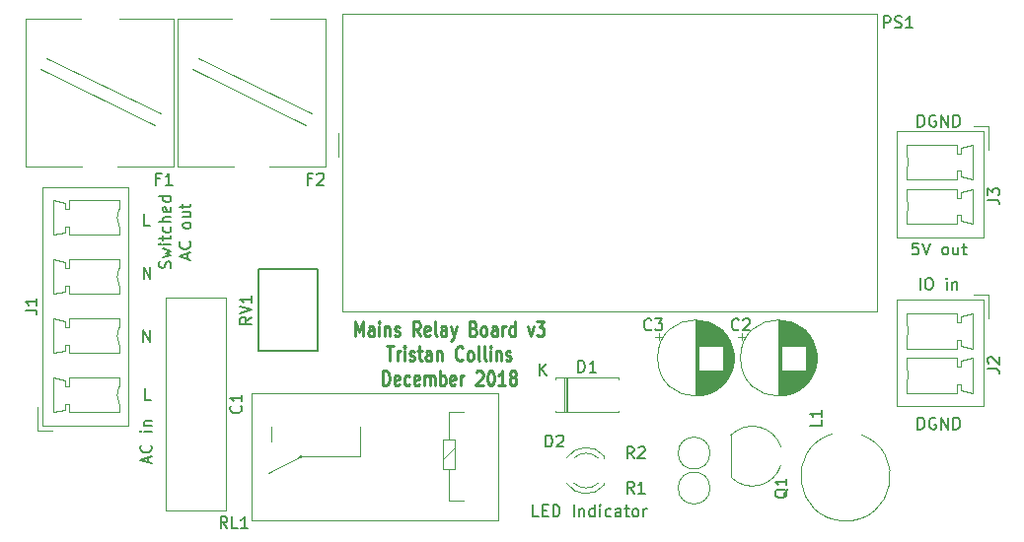
<source format=gbr>
G04 #@! TF.GenerationSoftware,KiCad,Pcbnew,(5.0.0-3-g5ebb6b6)*
G04 #@! TF.CreationDate,2018-11-29T16:19:06+00:00*
G04 #@! TF.ProjectId,PowerSupply,506F776572537570706C792E6B696361,rev?*
G04 #@! TF.SameCoordinates,Original*
G04 #@! TF.FileFunction,Legend,Top*
G04 #@! TF.FilePolarity,Positive*
%FSLAX46Y46*%
G04 Gerber Fmt 4.6, Leading zero omitted, Abs format (unit mm)*
G04 Created by KiCad (PCBNEW (5.0.0-3-g5ebb6b6)) date Thursday, 29 November 2018 at 16:19:06*
%MOMM*%
%LPD*%
G01*
G04 APERTURE LIST*
%ADD10C,0.200000*%
%ADD11C,0.250000*%
%ADD12C,0.120000*%
%ADD13C,0.150000*%
G04 APERTURE END LIST*
D10*
X105714285Y-114452380D02*
X105714285Y-113452380D01*
X106285714Y-114452380D01*
X106285714Y-113452380D01*
X105759285Y-109037380D02*
X105759285Y-108037380D01*
X106330714Y-109037380D01*
X106330714Y-108037380D01*
X106309523Y-104452380D02*
X105833333Y-104452380D01*
X105833333Y-103452380D01*
X106354523Y-119452380D02*
X105878333Y-119452380D01*
X105878333Y-118452380D01*
D11*
X123928571Y-113940476D02*
X123928571Y-112690476D01*
X124261904Y-113583333D01*
X124595238Y-112690476D01*
X124595238Y-113940476D01*
X125500000Y-113940476D02*
X125500000Y-113285714D01*
X125452380Y-113166666D01*
X125357142Y-113107142D01*
X125166666Y-113107142D01*
X125071428Y-113166666D01*
X125500000Y-113880952D02*
X125404761Y-113940476D01*
X125166666Y-113940476D01*
X125071428Y-113880952D01*
X125023809Y-113761904D01*
X125023809Y-113642857D01*
X125071428Y-113523809D01*
X125166666Y-113464285D01*
X125404761Y-113464285D01*
X125500000Y-113404761D01*
X125976190Y-113940476D02*
X125976190Y-113107142D01*
X125976190Y-112690476D02*
X125928571Y-112750000D01*
X125976190Y-112809523D01*
X126023809Y-112750000D01*
X125976190Y-112690476D01*
X125976190Y-112809523D01*
X126452380Y-113107142D02*
X126452380Y-113940476D01*
X126452380Y-113226190D02*
X126500000Y-113166666D01*
X126595238Y-113107142D01*
X126738095Y-113107142D01*
X126833333Y-113166666D01*
X126880952Y-113285714D01*
X126880952Y-113940476D01*
X127309523Y-113880952D02*
X127404761Y-113940476D01*
X127595238Y-113940476D01*
X127690476Y-113880952D01*
X127738095Y-113761904D01*
X127738095Y-113702380D01*
X127690476Y-113583333D01*
X127595238Y-113523809D01*
X127452380Y-113523809D01*
X127357142Y-113464285D01*
X127309523Y-113345238D01*
X127309523Y-113285714D01*
X127357142Y-113166666D01*
X127452380Y-113107142D01*
X127595238Y-113107142D01*
X127690476Y-113166666D01*
X129500000Y-113940476D02*
X129166666Y-113345238D01*
X128928571Y-113940476D02*
X128928571Y-112690476D01*
X129309523Y-112690476D01*
X129404761Y-112750000D01*
X129452380Y-112809523D01*
X129500000Y-112928571D01*
X129500000Y-113107142D01*
X129452380Y-113226190D01*
X129404761Y-113285714D01*
X129309523Y-113345238D01*
X128928571Y-113345238D01*
X130309523Y-113880952D02*
X130214285Y-113940476D01*
X130023809Y-113940476D01*
X129928571Y-113880952D01*
X129880952Y-113761904D01*
X129880952Y-113285714D01*
X129928571Y-113166666D01*
X130023809Y-113107142D01*
X130214285Y-113107142D01*
X130309523Y-113166666D01*
X130357142Y-113285714D01*
X130357142Y-113404761D01*
X129880952Y-113523809D01*
X130928571Y-113940476D02*
X130833333Y-113880952D01*
X130785714Y-113761904D01*
X130785714Y-112690476D01*
X131738095Y-113940476D02*
X131738095Y-113285714D01*
X131690476Y-113166666D01*
X131595238Y-113107142D01*
X131404761Y-113107142D01*
X131309523Y-113166666D01*
X131738095Y-113880952D02*
X131642857Y-113940476D01*
X131404761Y-113940476D01*
X131309523Y-113880952D01*
X131261904Y-113761904D01*
X131261904Y-113642857D01*
X131309523Y-113523809D01*
X131404761Y-113464285D01*
X131642857Y-113464285D01*
X131738095Y-113404761D01*
X132119047Y-113107142D02*
X132357142Y-113940476D01*
X132595238Y-113107142D02*
X132357142Y-113940476D01*
X132261904Y-114238095D01*
X132214285Y-114297619D01*
X132119047Y-114357142D01*
X134071428Y-113285714D02*
X134214285Y-113345238D01*
X134261904Y-113404761D01*
X134309523Y-113523809D01*
X134309523Y-113702380D01*
X134261904Y-113821428D01*
X134214285Y-113880952D01*
X134119047Y-113940476D01*
X133738095Y-113940476D01*
X133738095Y-112690476D01*
X134071428Y-112690476D01*
X134166666Y-112750000D01*
X134214285Y-112809523D01*
X134261904Y-112928571D01*
X134261904Y-113047619D01*
X134214285Y-113166666D01*
X134166666Y-113226190D01*
X134071428Y-113285714D01*
X133738095Y-113285714D01*
X134880952Y-113940476D02*
X134785714Y-113880952D01*
X134738095Y-113821428D01*
X134690476Y-113702380D01*
X134690476Y-113345238D01*
X134738095Y-113226190D01*
X134785714Y-113166666D01*
X134880952Y-113107142D01*
X135023809Y-113107142D01*
X135119047Y-113166666D01*
X135166666Y-113226190D01*
X135214285Y-113345238D01*
X135214285Y-113702380D01*
X135166666Y-113821428D01*
X135119047Y-113880952D01*
X135023809Y-113940476D01*
X134880952Y-113940476D01*
X136071428Y-113940476D02*
X136071428Y-113285714D01*
X136023809Y-113166666D01*
X135928571Y-113107142D01*
X135738095Y-113107142D01*
X135642857Y-113166666D01*
X136071428Y-113880952D02*
X135976190Y-113940476D01*
X135738095Y-113940476D01*
X135642857Y-113880952D01*
X135595238Y-113761904D01*
X135595238Y-113642857D01*
X135642857Y-113523809D01*
X135738095Y-113464285D01*
X135976190Y-113464285D01*
X136071428Y-113404761D01*
X136547619Y-113940476D02*
X136547619Y-113107142D01*
X136547619Y-113345238D02*
X136595238Y-113226190D01*
X136642857Y-113166666D01*
X136738095Y-113107142D01*
X136833333Y-113107142D01*
X137595238Y-113940476D02*
X137595238Y-112690476D01*
X137595238Y-113880952D02*
X137500000Y-113940476D01*
X137309523Y-113940476D01*
X137214285Y-113880952D01*
X137166666Y-113821428D01*
X137119047Y-113702380D01*
X137119047Y-113345238D01*
X137166666Y-113226190D01*
X137214285Y-113166666D01*
X137309523Y-113107142D01*
X137500000Y-113107142D01*
X137595238Y-113166666D01*
X138738095Y-113107142D02*
X138976190Y-113940476D01*
X139214285Y-113107142D01*
X139500000Y-112690476D02*
X140119047Y-112690476D01*
X139785714Y-113166666D01*
X139928571Y-113166666D01*
X140023809Y-113226190D01*
X140071428Y-113285714D01*
X140119047Y-113404761D01*
X140119047Y-113702380D01*
X140071428Y-113821428D01*
X140023809Y-113880952D01*
X139928571Y-113940476D01*
X139642857Y-113940476D01*
X139547619Y-113880952D01*
X139500000Y-113821428D01*
X126619047Y-114815476D02*
X127190476Y-114815476D01*
X126904761Y-116065476D02*
X126904761Y-114815476D01*
X127523809Y-116065476D02*
X127523809Y-115232142D01*
X127523809Y-115470238D02*
X127571428Y-115351190D01*
X127619047Y-115291666D01*
X127714285Y-115232142D01*
X127809523Y-115232142D01*
X128142857Y-116065476D02*
X128142857Y-115232142D01*
X128142857Y-114815476D02*
X128095238Y-114875000D01*
X128142857Y-114934523D01*
X128190476Y-114875000D01*
X128142857Y-114815476D01*
X128142857Y-114934523D01*
X128571428Y-116005952D02*
X128666666Y-116065476D01*
X128857142Y-116065476D01*
X128952380Y-116005952D01*
X129000000Y-115886904D01*
X129000000Y-115827380D01*
X128952380Y-115708333D01*
X128857142Y-115648809D01*
X128714285Y-115648809D01*
X128619047Y-115589285D01*
X128571428Y-115470238D01*
X128571428Y-115410714D01*
X128619047Y-115291666D01*
X128714285Y-115232142D01*
X128857142Y-115232142D01*
X128952380Y-115291666D01*
X129285714Y-115232142D02*
X129666666Y-115232142D01*
X129428571Y-114815476D02*
X129428571Y-115886904D01*
X129476190Y-116005952D01*
X129571428Y-116065476D01*
X129666666Y-116065476D01*
X130428571Y-116065476D02*
X130428571Y-115410714D01*
X130380952Y-115291666D01*
X130285714Y-115232142D01*
X130095238Y-115232142D01*
X130000000Y-115291666D01*
X130428571Y-116005952D02*
X130333333Y-116065476D01*
X130095238Y-116065476D01*
X130000000Y-116005952D01*
X129952380Y-115886904D01*
X129952380Y-115767857D01*
X130000000Y-115648809D01*
X130095238Y-115589285D01*
X130333333Y-115589285D01*
X130428571Y-115529761D01*
X130904761Y-115232142D02*
X130904761Y-116065476D01*
X130904761Y-115351190D02*
X130952380Y-115291666D01*
X131047619Y-115232142D01*
X131190476Y-115232142D01*
X131285714Y-115291666D01*
X131333333Y-115410714D01*
X131333333Y-116065476D01*
X133142857Y-115946428D02*
X133095238Y-116005952D01*
X132952380Y-116065476D01*
X132857142Y-116065476D01*
X132714285Y-116005952D01*
X132619047Y-115886904D01*
X132571428Y-115767857D01*
X132523809Y-115529761D01*
X132523809Y-115351190D01*
X132571428Y-115113095D01*
X132619047Y-114994047D01*
X132714285Y-114875000D01*
X132857142Y-114815476D01*
X132952380Y-114815476D01*
X133095238Y-114875000D01*
X133142857Y-114934523D01*
X133714285Y-116065476D02*
X133619047Y-116005952D01*
X133571428Y-115946428D01*
X133523809Y-115827380D01*
X133523809Y-115470238D01*
X133571428Y-115351190D01*
X133619047Y-115291666D01*
X133714285Y-115232142D01*
X133857142Y-115232142D01*
X133952380Y-115291666D01*
X134000000Y-115351190D01*
X134047619Y-115470238D01*
X134047619Y-115827380D01*
X134000000Y-115946428D01*
X133952380Y-116005952D01*
X133857142Y-116065476D01*
X133714285Y-116065476D01*
X134619047Y-116065476D02*
X134523809Y-116005952D01*
X134476190Y-115886904D01*
X134476190Y-114815476D01*
X135142857Y-116065476D02*
X135047619Y-116005952D01*
X135000000Y-115886904D01*
X135000000Y-114815476D01*
X135523809Y-116065476D02*
X135523809Y-115232142D01*
X135523809Y-114815476D02*
X135476190Y-114875000D01*
X135523809Y-114934523D01*
X135571428Y-114875000D01*
X135523809Y-114815476D01*
X135523809Y-114934523D01*
X136000000Y-115232142D02*
X136000000Y-116065476D01*
X136000000Y-115351190D02*
X136047619Y-115291666D01*
X136142857Y-115232142D01*
X136285714Y-115232142D01*
X136380952Y-115291666D01*
X136428571Y-115410714D01*
X136428571Y-116065476D01*
X136857142Y-116005952D02*
X136952380Y-116065476D01*
X137142857Y-116065476D01*
X137238095Y-116005952D01*
X137285714Y-115886904D01*
X137285714Y-115827380D01*
X137238095Y-115708333D01*
X137142857Y-115648809D01*
X137000000Y-115648809D01*
X136904761Y-115589285D01*
X136857142Y-115470238D01*
X136857142Y-115410714D01*
X136904761Y-115291666D01*
X137000000Y-115232142D01*
X137142857Y-115232142D01*
X137238095Y-115291666D01*
X126309523Y-118190476D02*
X126309523Y-116940476D01*
X126547619Y-116940476D01*
X126690476Y-117000000D01*
X126785714Y-117119047D01*
X126833333Y-117238095D01*
X126880952Y-117476190D01*
X126880952Y-117654761D01*
X126833333Y-117892857D01*
X126785714Y-118011904D01*
X126690476Y-118130952D01*
X126547619Y-118190476D01*
X126309523Y-118190476D01*
X127690476Y-118130952D02*
X127595238Y-118190476D01*
X127404761Y-118190476D01*
X127309523Y-118130952D01*
X127261904Y-118011904D01*
X127261904Y-117535714D01*
X127309523Y-117416666D01*
X127404761Y-117357142D01*
X127595238Y-117357142D01*
X127690476Y-117416666D01*
X127738095Y-117535714D01*
X127738095Y-117654761D01*
X127261904Y-117773809D01*
X128595238Y-118130952D02*
X128500000Y-118190476D01*
X128309523Y-118190476D01*
X128214285Y-118130952D01*
X128166666Y-118071428D01*
X128119047Y-117952380D01*
X128119047Y-117595238D01*
X128166666Y-117476190D01*
X128214285Y-117416666D01*
X128309523Y-117357142D01*
X128500000Y-117357142D01*
X128595238Y-117416666D01*
X129404761Y-118130952D02*
X129309523Y-118190476D01*
X129119047Y-118190476D01*
X129023809Y-118130952D01*
X128976190Y-118011904D01*
X128976190Y-117535714D01*
X129023809Y-117416666D01*
X129119047Y-117357142D01*
X129309523Y-117357142D01*
X129404761Y-117416666D01*
X129452380Y-117535714D01*
X129452380Y-117654761D01*
X128976190Y-117773809D01*
X129880952Y-118190476D02*
X129880952Y-117357142D01*
X129880952Y-117476190D02*
X129928571Y-117416666D01*
X130023809Y-117357142D01*
X130166666Y-117357142D01*
X130261904Y-117416666D01*
X130309523Y-117535714D01*
X130309523Y-118190476D01*
X130309523Y-117535714D02*
X130357142Y-117416666D01*
X130452380Y-117357142D01*
X130595238Y-117357142D01*
X130690476Y-117416666D01*
X130738095Y-117535714D01*
X130738095Y-118190476D01*
X131214285Y-118190476D02*
X131214285Y-116940476D01*
X131214285Y-117416666D02*
X131309523Y-117357142D01*
X131500000Y-117357142D01*
X131595238Y-117416666D01*
X131642857Y-117476190D01*
X131690476Y-117595238D01*
X131690476Y-117952380D01*
X131642857Y-118071428D01*
X131595238Y-118130952D01*
X131500000Y-118190476D01*
X131309523Y-118190476D01*
X131214285Y-118130952D01*
X132500000Y-118130952D02*
X132404761Y-118190476D01*
X132214285Y-118190476D01*
X132119047Y-118130952D01*
X132071428Y-118011904D01*
X132071428Y-117535714D01*
X132119047Y-117416666D01*
X132214285Y-117357142D01*
X132404761Y-117357142D01*
X132500000Y-117416666D01*
X132547619Y-117535714D01*
X132547619Y-117654761D01*
X132071428Y-117773809D01*
X132976190Y-118190476D02*
X132976190Y-117357142D01*
X132976190Y-117595238D02*
X133023809Y-117476190D01*
X133071428Y-117416666D01*
X133166666Y-117357142D01*
X133261904Y-117357142D01*
X134309523Y-117059523D02*
X134357142Y-117000000D01*
X134452380Y-116940476D01*
X134690476Y-116940476D01*
X134785714Y-117000000D01*
X134833333Y-117059523D01*
X134880952Y-117178571D01*
X134880952Y-117297619D01*
X134833333Y-117476190D01*
X134261904Y-118190476D01*
X134880952Y-118190476D01*
X135500000Y-116940476D02*
X135595238Y-116940476D01*
X135690476Y-117000000D01*
X135738095Y-117059523D01*
X135785714Y-117178571D01*
X135833333Y-117416666D01*
X135833333Y-117714285D01*
X135785714Y-117952380D01*
X135738095Y-118071428D01*
X135690476Y-118130952D01*
X135595238Y-118190476D01*
X135500000Y-118190476D01*
X135404761Y-118130952D01*
X135357142Y-118071428D01*
X135309523Y-117952380D01*
X135261904Y-117714285D01*
X135261904Y-117416666D01*
X135309523Y-117178571D01*
X135357142Y-117059523D01*
X135404761Y-117000000D01*
X135500000Y-116940476D01*
X136785714Y-118190476D02*
X136214285Y-118190476D01*
X136500000Y-118190476D02*
X136500000Y-116940476D01*
X136404761Y-117119047D01*
X136309523Y-117238095D01*
X136214285Y-117297619D01*
X137357142Y-117476190D02*
X137261904Y-117416666D01*
X137214285Y-117357142D01*
X137166666Y-117238095D01*
X137166666Y-117178571D01*
X137214285Y-117059523D01*
X137261904Y-117000000D01*
X137357142Y-116940476D01*
X137547619Y-116940476D01*
X137642857Y-117000000D01*
X137690476Y-117059523D01*
X137738095Y-117178571D01*
X137738095Y-117238095D01*
X137690476Y-117357142D01*
X137642857Y-117416666D01*
X137547619Y-117476190D01*
X137357142Y-117476190D01*
X137261904Y-117535714D01*
X137214285Y-117595238D01*
X137166666Y-117714285D01*
X137166666Y-117952380D01*
X137214285Y-118071428D01*
X137261904Y-118130952D01*
X137357142Y-118190476D01*
X137547619Y-118190476D01*
X137642857Y-118130952D01*
X137690476Y-118071428D01*
X137738095Y-117952380D01*
X137738095Y-117714285D01*
X137690476Y-117595238D01*
X137642857Y-117535714D01*
X137547619Y-117476190D01*
D10*
X139666666Y-129452380D02*
X139190476Y-129452380D01*
X139190476Y-128452380D01*
X140000000Y-128928571D02*
X140333333Y-128928571D01*
X140476190Y-129452380D02*
X140000000Y-129452380D01*
X140000000Y-128452380D01*
X140476190Y-128452380D01*
X140904761Y-129452380D02*
X140904761Y-128452380D01*
X141142857Y-128452380D01*
X141285714Y-128500000D01*
X141380952Y-128595238D01*
X141428571Y-128690476D01*
X141476190Y-128880952D01*
X141476190Y-129023809D01*
X141428571Y-129214285D01*
X141380952Y-129309523D01*
X141285714Y-129404761D01*
X141142857Y-129452380D01*
X140904761Y-129452380D01*
X142666666Y-129452380D02*
X142666666Y-128452380D01*
X143142857Y-128785714D02*
X143142857Y-129452380D01*
X143142857Y-128880952D02*
X143190476Y-128833333D01*
X143285714Y-128785714D01*
X143428571Y-128785714D01*
X143523809Y-128833333D01*
X143571428Y-128928571D01*
X143571428Y-129452380D01*
X144476190Y-129452380D02*
X144476190Y-128452380D01*
X144476190Y-129404761D02*
X144380952Y-129452380D01*
X144190476Y-129452380D01*
X144095238Y-129404761D01*
X144047619Y-129357142D01*
X144000000Y-129261904D01*
X144000000Y-128976190D01*
X144047619Y-128880952D01*
X144095238Y-128833333D01*
X144190476Y-128785714D01*
X144380952Y-128785714D01*
X144476190Y-128833333D01*
X144952380Y-129452380D02*
X144952380Y-128785714D01*
X144952380Y-128452380D02*
X144904761Y-128500000D01*
X144952380Y-128547619D01*
X145000000Y-128500000D01*
X144952380Y-128452380D01*
X144952380Y-128547619D01*
X145857142Y-129404761D02*
X145761904Y-129452380D01*
X145571428Y-129452380D01*
X145476190Y-129404761D01*
X145428571Y-129357142D01*
X145380952Y-129261904D01*
X145380952Y-128976190D01*
X145428571Y-128880952D01*
X145476190Y-128833333D01*
X145571428Y-128785714D01*
X145761904Y-128785714D01*
X145857142Y-128833333D01*
X146714285Y-129452380D02*
X146714285Y-128928571D01*
X146666666Y-128833333D01*
X146571428Y-128785714D01*
X146380952Y-128785714D01*
X146285714Y-128833333D01*
X146714285Y-129404761D02*
X146619047Y-129452380D01*
X146380952Y-129452380D01*
X146285714Y-129404761D01*
X146238095Y-129309523D01*
X146238095Y-129214285D01*
X146285714Y-129119047D01*
X146380952Y-129071428D01*
X146619047Y-129071428D01*
X146714285Y-129023809D01*
X147047619Y-128785714D02*
X147428571Y-128785714D01*
X147190476Y-128452380D02*
X147190476Y-129309523D01*
X147238095Y-129404761D01*
X147333333Y-129452380D01*
X147428571Y-129452380D01*
X147904761Y-129452380D02*
X147809523Y-129404761D01*
X147761904Y-129357142D01*
X147714285Y-129261904D01*
X147714285Y-128976190D01*
X147761904Y-128880952D01*
X147809523Y-128833333D01*
X147904761Y-128785714D01*
X148047619Y-128785714D01*
X148142857Y-128833333D01*
X148190476Y-128880952D01*
X148238095Y-128976190D01*
X148238095Y-129261904D01*
X148190476Y-129357142D01*
X148142857Y-129404761D01*
X148047619Y-129452380D01*
X147904761Y-129452380D01*
X148666666Y-129452380D02*
X148666666Y-128785714D01*
X148666666Y-128976190D02*
X148714285Y-128880952D01*
X148761904Y-128833333D01*
X148857142Y-128785714D01*
X148952380Y-128785714D01*
X172214285Y-95952380D02*
X172214285Y-94952380D01*
X172452380Y-94952380D01*
X172595238Y-95000000D01*
X172690476Y-95095238D01*
X172738095Y-95190476D01*
X172785714Y-95380952D01*
X172785714Y-95523809D01*
X172738095Y-95714285D01*
X172690476Y-95809523D01*
X172595238Y-95904761D01*
X172452380Y-95952380D01*
X172214285Y-95952380D01*
X173738095Y-95000000D02*
X173642857Y-94952380D01*
X173500000Y-94952380D01*
X173357142Y-95000000D01*
X173261904Y-95095238D01*
X173214285Y-95190476D01*
X173166666Y-95380952D01*
X173166666Y-95523809D01*
X173214285Y-95714285D01*
X173261904Y-95809523D01*
X173357142Y-95904761D01*
X173500000Y-95952380D01*
X173595238Y-95952380D01*
X173738095Y-95904761D01*
X173785714Y-95857142D01*
X173785714Y-95523809D01*
X173595238Y-95523809D01*
X174214285Y-95952380D02*
X174214285Y-94952380D01*
X174785714Y-95952380D01*
X174785714Y-94952380D01*
X175261904Y-95952380D02*
X175261904Y-94952380D01*
X175500000Y-94952380D01*
X175642857Y-95000000D01*
X175738095Y-95095238D01*
X175785714Y-95190476D01*
X175833333Y-95380952D01*
X175833333Y-95523809D01*
X175785714Y-95714285D01*
X175738095Y-95809523D01*
X175642857Y-95904761D01*
X175500000Y-95952380D01*
X175261904Y-95952380D01*
X172214285Y-121952380D02*
X172214285Y-120952380D01*
X172452380Y-120952380D01*
X172595238Y-121000000D01*
X172690476Y-121095238D01*
X172738095Y-121190476D01*
X172785714Y-121380952D01*
X172785714Y-121523809D01*
X172738095Y-121714285D01*
X172690476Y-121809523D01*
X172595238Y-121904761D01*
X172452380Y-121952380D01*
X172214285Y-121952380D01*
X173738095Y-121000000D02*
X173642857Y-120952380D01*
X173500000Y-120952380D01*
X173357142Y-121000000D01*
X173261904Y-121095238D01*
X173214285Y-121190476D01*
X173166666Y-121380952D01*
X173166666Y-121523809D01*
X173214285Y-121714285D01*
X173261904Y-121809523D01*
X173357142Y-121904761D01*
X173500000Y-121952380D01*
X173595238Y-121952380D01*
X173738095Y-121904761D01*
X173785714Y-121857142D01*
X173785714Y-121523809D01*
X173595238Y-121523809D01*
X174214285Y-121952380D02*
X174214285Y-120952380D01*
X174785714Y-121952380D01*
X174785714Y-120952380D01*
X175261904Y-121952380D02*
X175261904Y-120952380D01*
X175500000Y-120952380D01*
X175642857Y-121000000D01*
X175738095Y-121095238D01*
X175785714Y-121190476D01*
X175833333Y-121380952D01*
X175833333Y-121523809D01*
X175785714Y-121714285D01*
X175738095Y-121809523D01*
X175642857Y-121904761D01*
X175500000Y-121952380D01*
X175261904Y-121952380D01*
X172238095Y-105952380D02*
X171761904Y-105952380D01*
X171714285Y-106428571D01*
X171761904Y-106380952D01*
X171857142Y-106333333D01*
X172095238Y-106333333D01*
X172190476Y-106380952D01*
X172238095Y-106428571D01*
X172285714Y-106523809D01*
X172285714Y-106761904D01*
X172238095Y-106857142D01*
X172190476Y-106904761D01*
X172095238Y-106952380D01*
X171857142Y-106952380D01*
X171761904Y-106904761D01*
X171714285Y-106857142D01*
X172571428Y-105952380D02*
X172904761Y-106952380D01*
X173238095Y-105952380D01*
X174476190Y-106952380D02*
X174380952Y-106904761D01*
X174333333Y-106857142D01*
X174285714Y-106761904D01*
X174285714Y-106476190D01*
X174333333Y-106380952D01*
X174380952Y-106333333D01*
X174476190Y-106285714D01*
X174619047Y-106285714D01*
X174714285Y-106333333D01*
X174761904Y-106380952D01*
X174809523Y-106476190D01*
X174809523Y-106761904D01*
X174761904Y-106857142D01*
X174714285Y-106904761D01*
X174619047Y-106952380D01*
X174476190Y-106952380D01*
X175666666Y-106285714D02*
X175666666Y-106952380D01*
X175238095Y-106285714D02*
X175238095Y-106809523D01*
X175285714Y-106904761D01*
X175380952Y-106952380D01*
X175523809Y-106952380D01*
X175619047Y-106904761D01*
X175666666Y-106857142D01*
X176000000Y-106285714D02*
X176380952Y-106285714D01*
X176142857Y-105952380D02*
X176142857Y-106809523D01*
X176190476Y-106904761D01*
X176285714Y-106952380D01*
X176380952Y-106952380D01*
X172404761Y-109952380D02*
X172404761Y-108952380D01*
X173071428Y-108952380D02*
X173261904Y-108952380D01*
X173357142Y-109000000D01*
X173452380Y-109095238D01*
X173500000Y-109285714D01*
X173500000Y-109619047D01*
X173452380Y-109809523D01*
X173357142Y-109904761D01*
X173261904Y-109952380D01*
X173071428Y-109952380D01*
X172976190Y-109904761D01*
X172880952Y-109809523D01*
X172833333Y-109619047D01*
X172833333Y-109285714D01*
X172880952Y-109095238D01*
X172976190Y-109000000D01*
X173071428Y-108952380D01*
X174690476Y-109952380D02*
X174690476Y-109285714D01*
X174690476Y-108952380D02*
X174642857Y-109000000D01*
X174690476Y-109047619D01*
X174738095Y-109000000D01*
X174690476Y-108952380D01*
X174690476Y-109047619D01*
X175166666Y-109285714D02*
X175166666Y-109952380D01*
X175166666Y-109380952D02*
X175214285Y-109333333D01*
X175309523Y-109285714D01*
X175452380Y-109285714D01*
X175547619Y-109333333D01*
X175595238Y-109428571D01*
X175595238Y-109952380D01*
X108054761Y-108095238D02*
X108102380Y-107952380D01*
X108102380Y-107714285D01*
X108054761Y-107619047D01*
X108007142Y-107571428D01*
X107911904Y-107523809D01*
X107816666Y-107523809D01*
X107721428Y-107571428D01*
X107673809Y-107619047D01*
X107626190Y-107714285D01*
X107578571Y-107904761D01*
X107530952Y-108000000D01*
X107483333Y-108047619D01*
X107388095Y-108095238D01*
X107292857Y-108095238D01*
X107197619Y-108047619D01*
X107150000Y-108000000D01*
X107102380Y-107904761D01*
X107102380Y-107666666D01*
X107150000Y-107523809D01*
X107435714Y-107190476D02*
X108102380Y-107000000D01*
X107626190Y-106809523D01*
X108102380Y-106619047D01*
X107435714Y-106428571D01*
X108102380Y-106047619D02*
X107435714Y-106047619D01*
X107102380Y-106047619D02*
X107150000Y-106095238D01*
X107197619Y-106047619D01*
X107150000Y-106000000D01*
X107102380Y-106047619D01*
X107197619Y-106047619D01*
X107435714Y-105714285D02*
X107435714Y-105333333D01*
X107102380Y-105571428D02*
X107959523Y-105571428D01*
X108054761Y-105523809D01*
X108102380Y-105428571D01*
X108102380Y-105333333D01*
X108054761Y-104571428D02*
X108102380Y-104666666D01*
X108102380Y-104857142D01*
X108054761Y-104952380D01*
X108007142Y-105000000D01*
X107911904Y-105047619D01*
X107626190Y-105047619D01*
X107530952Y-105000000D01*
X107483333Y-104952380D01*
X107435714Y-104857142D01*
X107435714Y-104666666D01*
X107483333Y-104571428D01*
X108102380Y-104142857D02*
X107102380Y-104142857D01*
X108102380Y-103714285D02*
X107578571Y-103714285D01*
X107483333Y-103761904D01*
X107435714Y-103857142D01*
X107435714Y-104000000D01*
X107483333Y-104095238D01*
X107530952Y-104142857D01*
X108054761Y-102857142D02*
X108102380Y-102952380D01*
X108102380Y-103142857D01*
X108054761Y-103238095D01*
X107959523Y-103285714D01*
X107578571Y-103285714D01*
X107483333Y-103238095D01*
X107435714Y-103142857D01*
X107435714Y-102952380D01*
X107483333Y-102857142D01*
X107578571Y-102809523D01*
X107673809Y-102809523D01*
X107769047Y-103285714D01*
X108102380Y-101952380D02*
X107102380Y-101952380D01*
X108054761Y-101952380D02*
X108102380Y-102047619D01*
X108102380Y-102238095D01*
X108054761Y-102333333D01*
X108007142Y-102380952D01*
X107911904Y-102428571D01*
X107626190Y-102428571D01*
X107530952Y-102380952D01*
X107483333Y-102333333D01*
X107435714Y-102238095D01*
X107435714Y-102047619D01*
X107483333Y-101952380D01*
X109516666Y-107309523D02*
X109516666Y-106833333D01*
X109802380Y-107404761D02*
X108802380Y-107071428D01*
X109802380Y-106738095D01*
X109707142Y-105833333D02*
X109754761Y-105880952D01*
X109802380Y-106023809D01*
X109802380Y-106119047D01*
X109754761Y-106261904D01*
X109659523Y-106357142D01*
X109564285Y-106404761D01*
X109373809Y-106452380D01*
X109230952Y-106452380D01*
X109040476Y-106404761D01*
X108945238Y-106357142D01*
X108850000Y-106261904D01*
X108802380Y-106119047D01*
X108802380Y-106023809D01*
X108850000Y-105880952D01*
X108897619Y-105833333D01*
X109802380Y-104500000D02*
X109754761Y-104595238D01*
X109707142Y-104642857D01*
X109611904Y-104690476D01*
X109326190Y-104690476D01*
X109230952Y-104642857D01*
X109183333Y-104595238D01*
X109135714Y-104500000D01*
X109135714Y-104357142D01*
X109183333Y-104261904D01*
X109230952Y-104214285D01*
X109326190Y-104166666D01*
X109611904Y-104166666D01*
X109707142Y-104214285D01*
X109754761Y-104261904D01*
X109802380Y-104357142D01*
X109802380Y-104500000D01*
X109135714Y-103309523D02*
X109802380Y-103309523D01*
X109135714Y-103738095D02*
X109659523Y-103738095D01*
X109754761Y-103690476D01*
X109802380Y-103595238D01*
X109802380Y-103452380D01*
X109754761Y-103357142D01*
X109707142Y-103309523D01*
X109135714Y-102976190D02*
X109135714Y-102595238D01*
X108802380Y-102833333D02*
X109659523Y-102833333D01*
X109754761Y-102785714D01*
X109802380Y-102690476D01*
X109802380Y-102595238D01*
X106166666Y-124809523D02*
X106166666Y-124333333D01*
X106452380Y-124904761D02*
X105452380Y-124571428D01*
X106452380Y-124238095D01*
X106357142Y-123333333D02*
X106404761Y-123380952D01*
X106452380Y-123523809D01*
X106452380Y-123619047D01*
X106404761Y-123761904D01*
X106309523Y-123857142D01*
X106214285Y-123904761D01*
X106023809Y-123952380D01*
X105880952Y-123952380D01*
X105690476Y-123904761D01*
X105595238Y-123857142D01*
X105500000Y-123761904D01*
X105452380Y-123619047D01*
X105452380Y-123523809D01*
X105500000Y-123380952D01*
X105547619Y-123333333D01*
X106452380Y-122142857D02*
X105785714Y-122142857D01*
X105452380Y-122142857D02*
X105500000Y-122190476D01*
X105547619Y-122142857D01*
X105500000Y-122095238D01*
X105452380Y-122142857D01*
X105547619Y-122142857D01*
X105785714Y-121666666D02*
X106452380Y-121666666D01*
X105880952Y-121666666D02*
X105833333Y-121619047D01*
X105785714Y-121523809D01*
X105785714Y-121380952D01*
X105833333Y-121285714D01*
X105928571Y-121238095D01*
X106452380Y-121238095D01*
D12*
G04 #@! TO.C,C1*
X112856000Y-110648000D02*
X112856000Y-128888000D01*
X107616000Y-110648000D02*
X107616000Y-128888000D01*
X112856000Y-110648000D02*
X107616000Y-110648000D01*
X112856000Y-128888000D02*
X107616000Y-128888000D01*
G04 #@! TO.C,C2*
X163524000Y-115824000D02*
G75*
G03X163524000Y-115824000I-3270000J0D01*
G01*
X160254000Y-112594000D02*
X160254000Y-119054000D01*
X160294000Y-112594000D02*
X160294000Y-119054000D01*
X160334000Y-112594000D02*
X160334000Y-119054000D01*
X160374000Y-112596000D02*
X160374000Y-119052000D01*
X160414000Y-112597000D02*
X160414000Y-119051000D01*
X160454000Y-112600000D02*
X160454000Y-119048000D01*
X160494000Y-112602000D02*
X160494000Y-114784000D01*
X160494000Y-116864000D02*
X160494000Y-119046000D01*
X160534000Y-112606000D02*
X160534000Y-114784000D01*
X160534000Y-116864000D02*
X160534000Y-119042000D01*
X160574000Y-112609000D02*
X160574000Y-114784000D01*
X160574000Y-116864000D02*
X160574000Y-119039000D01*
X160614000Y-112613000D02*
X160614000Y-114784000D01*
X160614000Y-116864000D02*
X160614000Y-119035000D01*
X160654000Y-112618000D02*
X160654000Y-114784000D01*
X160654000Y-116864000D02*
X160654000Y-119030000D01*
X160694000Y-112623000D02*
X160694000Y-114784000D01*
X160694000Y-116864000D02*
X160694000Y-119025000D01*
X160734000Y-112629000D02*
X160734000Y-114784000D01*
X160734000Y-116864000D02*
X160734000Y-119019000D01*
X160774000Y-112635000D02*
X160774000Y-114784000D01*
X160774000Y-116864000D02*
X160774000Y-119013000D01*
X160814000Y-112642000D02*
X160814000Y-114784000D01*
X160814000Y-116864000D02*
X160814000Y-119006000D01*
X160854000Y-112649000D02*
X160854000Y-114784000D01*
X160854000Y-116864000D02*
X160854000Y-118999000D01*
X160894000Y-112657000D02*
X160894000Y-114784000D01*
X160894000Y-116864000D02*
X160894000Y-118991000D01*
X160934000Y-112665000D02*
X160934000Y-114784000D01*
X160934000Y-116864000D02*
X160934000Y-118983000D01*
X160975000Y-112674000D02*
X160975000Y-114784000D01*
X160975000Y-116864000D02*
X160975000Y-118974000D01*
X161015000Y-112683000D02*
X161015000Y-114784000D01*
X161015000Y-116864000D02*
X161015000Y-118965000D01*
X161055000Y-112693000D02*
X161055000Y-114784000D01*
X161055000Y-116864000D02*
X161055000Y-118955000D01*
X161095000Y-112703000D02*
X161095000Y-114784000D01*
X161095000Y-116864000D02*
X161095000Y-118945000D01*
X161135000Y-112714000D02*
X161135000Y-114784000D01*
X161135000Y-116864000D02*
X161135000Y-118934000D01*
X161175000Y-112726000D02*
X161175000Y-114784000D01*
X161175000Y-116864000D02*
X161175000Y-118922000D01*
X161215000Y-112738000D02*
X161215000Y-114784000D01*
X161215000Y-116864000D02*
X161215000Y-118910000D01*
X161255000Y-112750000D02*
X161255000Y-114784000D01*
X161255000Y-116864000D02*
X161255000Y-118898000D01*
X161295000Y-112763000D02*
X161295000Y-114784000D01*
X161295000Y-116864000D02*
X161295000Y-118885000D01*
X161335000Y-112777000D02*
X161335000Y-114784000D01*
X161335000Y-116864000D02*
X161335000Y-118871000D01*
X161375000Y-112791000D02*
X161375000Y-114784000D01*
X161375000Y-116864000D02*
X161375000Y-118857000D01*
X161415000Y-112806000D02*
X161415000Y-114784000D01*
X161415000Y-116864000D02*
X161415000Y-118842000D01*
X161455000Y-112822000D02*
X161455000Y-114784000D01*
X161455000Y-116864000D02*
X161455000Y-118826000D01*
X161495000Y-112838000D02*
X161495000Y-114784000D01*
X161495000Y-116864000D02*
X161495000Y-118810000D01*
X161535000Y-112854000D02*
X161535000Y-114784000D01*
X161535000Y-116864000D02*
X161535000Y-118794000D01*
X161575000Y-112872000D02*
X161575000Y-114784000D01*
X161575000Y-116864000D02*
X161575000Y-118776000D01*
X161615000Y-112890000D02*
X161615000Y-114784000D01*
X161615000Y-116864000D02*
X161615000Y-118758000D01*
X161655000Y-112908000D02*
X161655000Y-114784000D01*
X161655000Y-116864000D02*
X161655000Y-118740000D01*
X161695000Y-112928000D02*
X161695000Y-114784000D01*
X161695000Y-116864000D02*
X161695000Y-118720000D01*
X161735000Y-112948000D02*
X161735000Y-114784000D01*
X161735000Y-116864000D02*
X161735000Y-118700000D01*
X161775000Y-112968000D02*
X161775000Y-114784000D01*
X161775000Y-116864000D02*
X161775000Y-118680000D01*
X161815000Y-112990000D02*
X161815000Y-114784000D01*
X161815000Y-116864000D02*
X161815000Y-118658000D01*
X161855000Y-113012000D02*
X161855000Y-114784000D01*
X161855000Y-116864000D02*
X161855000Y-118636000D01*
X161895000Y-113034000D02*
X161895000Y-114784000D01*
X161895000Y-116864000D02*
X161895000Y-118614000D01*
X161935000Y-113058000D02*
X161935000Y-114784000D01*
X161935000Y-116864000D02*
X161935000Y-118590000D01*
X161975000Y-113082000D02*
X161975000Y-114784000D01*
X161975000Y-116864000D02*
X161975000Y-118566000D01*
X162015000Y-113108000D02*
X162015000Y-114784000D01*
X162015000Y-116864000D02*
X162015000Y-118540000D01*
X162055000Y-113134000D02*
X162055000Y-114784000D01*
X162055000Y-116864000D02*
X162055000Y-118514000D01*
X162095000Y-113160000D02*
X162095000Y-114784000D01*
X162095000Y-116864000D02*
X162095000Y-118488000D01*
X162135000Y-113188000D02*
X162135000Y-114784000D01*
X162135000Y-116864000D02*
X162135000Y-118460000D01*
X162175000Y-113217000D02*
X162175000Y-114784000D01*
X162175000Y-116864000D02*
X162175000Y-118431000D01*
X162215000Y-113246000D02*
X162215000Y-114784000D01*
X162215000Y-116864000D02*
X162215000Y-118402000D01*
X162255000Y-113276000D02*
X162255000Y-114784000D01*
X162255000Y-116864000D02*
X162255000Y-118372000D01*
X162295000Y-113308000D02*
X162295000Y-114784000D01*
X162295000Y-116864000D02*
X162295000Y-118340000D01*
X162335000Y-113340000D02*
X162335000Y-114784000D01*
X162335000Y-116864000D02*
X162335000Y-118308000D01*
X162375000Y-113374000D02*
X162375000Y-114784000D01*
X162375000Y-116864000D02*
X162375000Y-118274000D01*
X162415000Y-113408000D02*
X162415000Y-114784000D01*
X162415000Y-116864000D02*
X162415000Y-118240000D01*
X162455000Y-113444000D02*
X162455000Y-114784000D01*
X162455000Y-116864000D02*
X162455000Y-118204000D01*
X162495000Y-113481000D02*
X162495000Y-114784000D01*
X162495000Y-116864000D02*
X162495000Y-118167000D01*
X162535000Y-113519000D02*
X162535000Y-114784000D01*
X162535000Y-116864000D02*
X162535000Y-118129000D01*
X162575000Y-113559000D02*
X162575000Y-118089000D01*
X162615000Y-113600000D02*
X162615000Y-118048000D01*
X162655000Y-113642000D02*
X162655000Y-118006000D01*
X162695000Y-113687000D02*
X162695000Y-117961000D01*
X162735000Y-113732000D02*
X162735000Y-117916000D01*
X162775000Y-113780000D02*
X162775000Y-117868000D01*
X162815000Y-113829000D02*
X162815000Y-117819000D01*
X162855000Y-113880000D02*
X162855000Y-117768000D01*
X162895000Y-113934000D02*
X162895000Y-117714000D01*
X162935000Y-113990000D02*
X162935000Y-117658000D01*
X162975000Y-114048000D02*
X162975000Y-117600000D01*
X163015000Y-114110000D02*
X163015000Y-117538000D01*
X163055000Y-114174000D02*
X163055000Y-117474000D01*
X163095000Y-114243000D02*
X163095000Y-117405000D01*
X163135000Y-114315000D02*
X163135000Y-117333000D01*
X163175000Y-114392000D02*
X163175000Y-117256000D01*
X163215000Y-114474000D02*
X163215000Y-117174000D01*
X163255000Y-114562000D02*
X163255000Y-117086000D01*
X163295000Y-114659000D02*
X163295000Y-116989000D01*
X163335000Y-114765000D02*
X163335000Y-116883000D01*
X163375000Y-114884000D02*
X163375000Y-116764000D01*
X163415000Y-115022000D02*
X163415000Y-116626000D01*
X163455000Y-115191000D02*
X163455000Y-116457000D01*
X163495000Y-115422000D02*
X163495000Y-116226000D01*
X156753759Y-113985000D02*
X157383759Y-113985000D01*
X157068759Y-113670000D02*
X157068759Y-114300000D01*
G04 #@! TO.C,C3*
X149956759Y-113670000D02*
X149956759Y-114300000D01*
X149641759Y-113985000D02*
X150271759Y-113985000D01*
X156383000Y-115422000D02*
X156383000Y-116226000D01*
X156343000Y-115191000D02*
X156343000Y-116457000D01*
X156303000Y-115022000D02*
X156303000Y-116626000D01*
X156263000Y-114884000D02*
X156263000Y-116764000D01*
X156223000Y-114765000D02*
X156223000Y-116883000D01*
X156183000Y-114659000D02*
X156183000Y-116989000D01*
X156143000Y-114562000D02*
X156143000Y-117086000D01*
X156103000Y-114474000D02*
X156103000Y-117174000D01*
X156063000Y-114392000D02*
X156063000Y-117256000D01*
X156023000Y-114315000D02*
X156023000Y-117333000D01*
X155983000Y-114243000D02*
X155983000Y-117405000D01*
X155943000Y-114174000D02*
X155943000Y-117474000D01*
X155903000Y-114110000D02*
X155903000Y-117538000D01*
X155863000Y-114048000D02*
X155863000Y-117600000D01*
X155823000Y-113990000D02*
X155823000Y-117658000D01*
X155783000Y-113934000D02*
X155783000Y-117714000D01*
X155743000Y-113880000D02*
X155743000Y-117768000D01*
X155703000Y-113829000D02*
X155703000Y-117819000D01*
X155663000Y-113780000D02*
X155663000Y-117868000D01*
X155623000Y-113732000D02*
X155623000Y-117916000D01*
X155583000Y-113687000D02*
X155583000Y-117961000D01*
X155543000Y-113642000D02*
X155543000Y-118006000D01*
X155503000Y-113600000D02*
X155503000Y-118048000D01*
X155463000Y-113559000D02*
X155463000Y-118089000D01*
X155423000Y-116864000D02*
X155423000Y-118129000D01*
X155423000Y-113519000D02*
X155423000Y-114784000D01*
X155383000Y-116864000D02*
X155383000Y-118167000D01*
X155383000Y-113481000D02*
X155383000Y-114784000D01*
X155343000Y-116864000D02*
X155343000Y-118204000D01*
X155343000Y-113444000D02*
X155343000Y-114784000D01*
X155303000Y-116864000D02*
X155303000Y-118240000D01*
X155303000Y-113408000D02*
X155303000Y-114784000D01*
X155263000Y-116864000D02*
X155263000Y-118274000D01*
X155263000Y-113374000D02*
X155263000Y-114784000D01*
X155223000Y-116864000D02*
X155223000Y-118308000D01*
X155223000Y-113340000D02*
X155223000Y-114784000D01*
X155183000Y-116864000D02*
X155183000Y-118340000D01*
X155183000Y-113308000D02*
X155183000Y-114784000D01*
X155143000Y-116864000D02*
X155143000Y-118372000D01*
X155143000Y-113276000D02*
X155143000Y-114784000D01*
X155103000Y-116864000D02*
X155103000Y-118402000D01*
X155103000Y-113246000D02*
X155103000Y-114784000D01*
X155063000Y-116864000D02*
X155063000Y-118431000D01*
X155063000Y-113217000D02*
X155063000Y-114784000D01*
X155023000Y-116864000D02*
X155023000Y-118460000D01*
X155023000Y-113188000D02*
X155023000Y-114784000D01*
X154983000Y-116864000D02*
X154983000Y-118488000D01*
X154983000Y-113160000D02*
X154983000Y-114784000D01*
X154943000Y-116864000D02*
X154943000Y-118514000D01*
X154943000Y-113134000D02*
X154943000Y-114784000D01*
X154903000Y-116864000D02*
X154903000Y-118540000D01*
X154903000Y-113108000D02*
X154903000Y-114784000D01*
X154863000Y-116864000D02*
X154863000Y-118566000D01*
X154863000Y-113082000D02*
X154863000Y-114784000D01*
X154823000Y-116864000D02*
X154823000Y-118590000D01*
X154823000Y-113058000D02*
X154823000Y-114784000D01*
X154783000Y-116864000D02*
X154783000Y-118614000D01*
X154783000Y-113034000D02*
X154783000Y-114784000D01*
X154743000Y-116864000D02*
X154743000Y-118636000D01*
X154743000Y-113012000D02*
X154743000Y-114784000D01*
X154703000Y-116864000D02*
X154703000Y-118658000D01*
X154703000Y-112990000D02*
X154703000Y-114784000D01*
X154663000Y-116864000D02*
X154663000Y-118680000D01*
X154663000Y-112968000D02*
X154663000Y-114784000D01*
X154623000Y-116864000D02*
X154623000Y-118700000D01*
X154623000Y-112948000D02*
X154623000Y-114784000D01*
X154583000Y-116864000D02*
X154583000Y-118720000D01*
X154583000Y-112928000D02*
X154583000Y-114784000D01*
X154543000Y-116864000D02*
X154543000Y-118740000D01*
X154543000Y-112908000D02*
X154543000Y-114784000D01*
X154503000Y-116864000D02*
X154503000Y-118758000D01*
X154503000Y-112890000D02*
X154503000Y-114784000D01*
X154463000Y-116864000D02*
X154463000Y-118776000D01*
X154463000Y-112872000D02*
X154463000Y-114784000D01*
X154423000Y-116864000D02*
X154423000Y-118794000D01*
X154423000Y-112854000D02*
X154423000Y-114784000D01*
X154383000Y-116864000D02*
X154383000Y-118810000D01*
X154383000Y-112838000D02*
X154383000Y-114784000D01*
X154343000Y-116864000D02*
X154343000Y-118826000D01*
X154343000Y-112822000D02*
X154343000Y-114784000D01*
X154303000Y-116864000D02*
X154303000Y-118842000D01*
X154303000Y-112806000D02*
X154303000Y-114784000D01*
X154263000Y-116864000D02*
X154263000Y-118857000D01*
X154263000Y-112791000D02*
X154263000Y-114784000D01*
X154223000Y-116864000D02*
X154223000Y-118871000D01*
X154223000Y-112777000D02*
X154223000Y-114784000D01*
X154183000Y-116864000D02*
X154183000Y-118885000D01*
X154183000Y-112763000D02*
X154183000Y-114784000D01*
X154143000Y-116864000D02*
X154143000Y-118898000D01*
X154143000Y-112750000D02*
X154143000Y-114784000D01*
X154103000Y-116864000D02*
X154103000Y-118910000D01*
X154103000Y-112738000D02*
X154103000Y-114784000D01*
X154063000Y-116864000D02*
X154063000Y-118922000D01*
X154063000Y-112726000D02*
X154063000Y-114784000D01*
X154023000Y-116864000D02*
X154023000Y-118934000D01*
X154023000Y-112714000D02*
X154023000Y-114784000D01*
X153983000Y-116864000D02*
X153983000Y-118945000D01*
X153983000Y-112703000D02*
X153983000Y-114784000D01*
X153943000Y-116864000D02*
X153943000Y-118955000D01*
X153943000Y-112693000D02*
X153943000Y-114784000D01*
X153903000Y-116864000D02*
X153903000Y-118965000D01*
X153903000Y-112683000D02*
X153903000Y-114784000D01*
X153863000Y-116864000D02*
X153863000Y-118974000D01*
X153863000Y-112674000D02*
X153863000Y-114784000D01*
X153822000Y-116864000D02*
X153822000Y-118983000D01*
X153822000Y-112665000D02*
X153822000Y-114784000D01*
X153782000Y-116864000D02*
X153782000Y-118991000D01*
X153782000Y-112657000D02*
X153782000Y-114784000D01*
X153742000Y-116864000D02*
X153742000Y-118999000D01*
X153742000Y-112649000D02*
X153742000Y-114784000D01*
X153702000Y-116864000D02*
X153702000Y-119006000D01*
X153702000Y-112642000D02*
X153702000Y-114784000D01*
X153662000Y-116864000D02*
X153662000Y-119013000D01*
X153662000Y-112635000D02*
X153662000Y-114784000D01*
X153622000Y-116864000D02*
X153622000Y-119019000D01*
X153622000Y-112629000D02*
X153622000Y-114784000D01*
X153582000Y-116864000D02*
X153582000Y-119025000D01*
X153582000Y-112623000D02*
X153582000Y-114784000D01*
X153542000Y-116864000D02*
X153542000Y-119030000D01*
X153542000Y-112618000D02*
X153542000Y-114784000D01*
X153502000Y-116864000D02*
X153502000Y-119035000D01*
X153502000Y-112613000D02*
X153502000Y-114784000D01*
X153462000Y-116864000D02*
X153462000Y-119039000D01*
X153462000Y-112609000D02*
X153462000Y-114784000D01*
X153422000Y-116864000D02*
X153422000Y-119042000D01*
X153422000Y-112606000D02*
X153422000Y-114784000D01*
X153382000Y-116864000D02*
X153382000Y-119046000D01*
X153382000Y-112602000D02*
X153382000Y-114784000D01*
X153342000Y-112600000D02*
X153342000Y-119048000D01*
X153302000Y-112597000D02*
X153302000Y-119051000D01*
X153262000Y-112596000D02*
X153262000Y-119052000D01*
X153222000Y-112594000D02*
X153222000Y-119054000D01*
X153182000Y-112594000D02*
X153182000Y-119054000D01*
X153142000Y-112594000D02*
X153142000Y-119054000D01*
X156412000Y-115824000D02*
G75*
G03X156412000Y-115824000I-3270000J0D01*
G01*
G04 #@! TO.C,D1*
X141090000Y-117660000D02*
X141090000Y-117530000D01*
X141090000Y-117530000D02*
X146530000Y-117530000D01*
X146530000Y-117530000D02*
X146530000Y-117660000D01*
X141090000Y-120340000D02*
X141090000Y-120470000D01*
X141090000Y-120470000D02*
X146530000Y-120470000D01*
X146530000Y-120470000D02*
X146530000Y-120340000D01*
X141990000Y-117530000D02*
X141990000Y-120470000D01*
X142110000Y-117530000D02*
X142110000Y-120470000D01*
X141870000Y-117530000D02*
X141870000Y-120470000D01*
G04 #@! TO.C,D2*
X142057665Y-126578608D02*
G75*
G03X145290000Y-126735516I1672335J1078608D01*
G01*
X142057665Y-124421392D02*
G75*
G02X145290000Y-124264484I1672335J-1078608D01*
G01*
X142688870Y-126579837D02*
G75*
G03X144770961Y-126580000I1041130J1079837D01*
G01*
X142688870Y-124420163D02*
G75*
G02X144770961Y-124420000I1041130J-1079837D01*
G01*
X145290000Y-126736000D02*
X145290000Y-126580000D01*
X145290000Y-124420000D02*
X145290000Y-124264000D01*
G04 #@! TO.C,J2*
X178250000Y-110400000D02*
X178250000Y-112400000D01*
X177000000Y-110400000D02*
X178250000Y-110400000D01*
X171250000Y-118810000D02*
X171250000Y-118060000D01*
X175550000Y-118810000D02*
X171250000Y-118810000D01*
X175550000Y-118060000D02*
X175550000Y-118810000D01*
X175900000Y-118060000D02*
X175550000Y-118060000D01*
X175900000Y-118560000D02*
X175900000Y-118060000D01*
X176900000Y-118810000D02*
X175900000Y-118560000D01*
X176900000Y-115810000D02*
X176900000Y-118810000D01*
X175900000Y-116060000D02*
X176900000Y-115810000D01*
X175900000Y-116560000D02*
X175900000Y-116060000D01*
X175550000Y-116560000D02*
X175900000Y-116560000D01*
X175550000Y-115810000D02*
X175550000Y-116560000D01*
X171250000Y-115810000D02*
X175550000Y-115810000D01*
X171250000Y-116560000D02*
X171250000Y-115810000D01*
X171250000Y-115000000D02*
X171250000Y-114250000D01*
X175550000Y-115000000D02*
X171250000Y-115000000D01*
X175550000Y-114250000D02*
X175550000Y-115000000D01*
X175900000Y-114250000D02*
X175550000Y-114250000D01*
X175900000Y-114750000D02*
X175900000Y-114250000D01*
X176900000Y-115000000D02*
X175900000Y-114750000D01*
X176900000Y-112000000D02*
X176900000Y-115000000D01*
X175900000Y-112250000D02*
X176900000Y-112000000D01*
X175900000Y-112750000D02*
X175900000Y-112250000D01*
X175550000Y-112750000D02*
X175900000Y-112750000D01*
X175550000Y-112000000D02*
X175550000Y-112750000D01*
X171250000Y-112000000D02*
X175550000Y-112000000D01*
X171250000Y-112750000D02*
X171250000Y-112000000D01*
X177830000Y-119990000D02*
X177830000Y-110820000D01*
X170420000Y-119990000D02*
X177830000Y-119990000D01*
X170420000Y-110820000D02*
X170420000Y-119990000D01*
X177830000Y-110820000D02*
X170420000Y-110820000D01*
X171250155Y-118059647D02*
G75*
G03X171250000Y-116560000I-1700155J749647D01*
G01*
X171250155Y-114249647D02*
G75*
G03X171250000Y-112750000I-1700155J749647D01*
G01*
G04 #@! TO.C,J3*
X171250155Y-99749647D02*
G75*
G03X171250000Y-98250000I-1700155J749647D01*
G01*
X171250155Y-103559647D02*
G75*
G03X171250000Y-102060000I-1700155J749647D01*
G01*
X177830000Y-96320000D02*
X170420000Y-96320000D01*
X170420000Y-96320000D02*
X170420000Y-105490000D01*
X170420000Y-105490000D02*
X177830000Y-105490000D01*
X177830000Y-105490000D02*
X177830000Y-96320000D01*
X171250000Y-98250000D02*
X171250000Y-97500000D01*
X171250000Y-97500000D02*
X175550000Y-97500000D01*
X175550000Y-97500000D02*
X175550000Y-98250000D01*
X175550000Y-98250000D02*
X175900000Y-98250000D01*
X175900000Y-98250000D02*
X175900000Y-97750000D01*
X175900000Y-97750000D02*
X176900000Y-97500000D01*
X176900000Y-97500000D02*
X176900000Y-100500000D01*
X176900000Y-100500000D02*
X175900000Y-100250000D01*
X175900000Y-100250000D02*
X175900000Y-99750000D01*
X175900000Y-99750000D02*
X175550000Y-99750000D01*
X175550000Y-99750000D02*
X175550000Y-100500000D01*
X175550000Y-100500000D02*
X171250000Y-100500000D01*
X171250000Y-100500000D02*
X171250000Y-99750000D01*
X171250000Y-102060000D02*
X171250000Y-101310000D01*
X171250000Y-101310000D02*
X175550000Y-101310000D01*
X175550000Y-101310000D02*
X175550000Y-102060000D01*
X175550000Y-102060000D02*
X175900000Y-102060000D01*
X175900000Y-102060000D02*
X175900000Y-101560000D01*
X175900000Y-101560000D02*
X176900000Y-101310000D01*
X176900000Y-101310000D02*
X176900000Y-104310000D01*
X176900000Y-104310000D02*
X175900000Y-104060000D01*
X175900000Y-104060000D02*
X175900000Y-103560000D01*
X175900000Y-103560000D02*
X175550000Y-103560000D01*
X175550000Y-103560000D02*
X175550000Y-104310000D01*
X175550000Y-104310000D02*
X171250000Y-104310000D01*
X171250000Y-104310000D02*
X171250000Y-103560000D01*
X177000000Y-95900000D02*
X178250000Y-95900000D01*
X178250000Y-95900000D02*
X178250000Y-97900000D01*
G04 #@! TO.C,L1*
X167316217Y-122399157D02*
G75*
G02X164900000Y-122327331I-1316217J-3600843D01*
G01*
G04 #@! TO.C,PS1*
X122492000Y-96536000D02*
X122492000Y-98536000D01*
X168692000Y-86236000D02*
X168692000Y-111836000D01*
X122792000Y-86236000D02*
X168692000Y-86236000D01*
X122792000Y-111836000D02*
X168692000Y-111836000D01*
X122792000Y-86236000D02*
X122792000Y-111836000D01*
G04 #@! TO.C,Q1*
X156150000Y-122470000D02*
X156150000Y-126070000D01*
X156158259Y-122458125D02*
G75*
G02X160450000Y-123450000I1841741J-1811875D01*
G01*
X156172316Y-126078445D02*
G75*
G03X160450000Y-125050000I1827684J1808445D01*
G01*
G04 #@! TO.C,RL1*
X119260000Y-124310000D02*
X116470000Y-125710000D01*
X116720000Y-121770000D02*
X116720000Y-123040000D01*
X124340000Y-121770000D02*
X124340000Y-124310000D01*
X124340000Y-124310000D02*
X119260000Y-124310000D01*
X132470000Y-123550000D02*
X131450000Y-124560000D01*
X131960000Y-128120000D02*
X133230000Y-128120000D01*
X131960000Y-125330000D02*
X131960000Y-128120000D01*
X131960000Y-120500000D02*
X131960000Y-122790000D01*
X133230000Y-120500000D02*
X131960000Y-120500000D01*
X131960000Y-122790000D02*
X132470000Y-122790000D01*
X132470000Y-122790000D02*
X132470000Y-125330000D01*
X132470000Y-125330000D02*
X131960000Y-125330000D01*
X131960000Y-125330000D02*
X131450000Y-125330000D01*
X131450000Y-125330000D02*
X131450000Y-122790000D01*
X131450000Y-122790000D02*
X131960000Y-122790000D01*
X136180000Y-118810000D02*
X115040000Y-118810000D01*
X115040000Y-118810000D02*
X115040000Y-129810000D01*
X136180000Y-118810000D02*
X136180000Y-129810000D01*
X136180000Y-129810000D02*
X115040000Y-129810000D01*
X119390000Y-124310000D02*
G75*
G03X119390000Y-124310000I-130000J0D01*
G01*
D13*
G04 #@! TO.C,RV1*
X115580000Y-108220000D02*
X115580000Y-115220000D01*
X120680000Y-108220000D02*
X120680000Y-115220000D01*
X120680000Y-115220000D02*
X115580000Y-115220000D01*
X120680000Y-108220000D02*
X115580000Y-108220000D01*
D12*
G04 #@! TO.C,F1*
X106700000Y-95790000D02*
X96920000Y-90970000D01*
X107210000Y-94780000D02*
X97430000Y-90080000D01*
X108350000Y-86650000D02*
X103650000Y-86650000D01*
X95650000Y-86650000D02*
X100350000Y-86650000D01*
X95650000Y-99350000D02*
X100480000Y-99350000D01*
X108350000Y-99350000D02*
X103520000Y-99350000D01*
X103520000Y-99350000D02*
X103650000Y-99350000D01*
X108350000Y-99350000D02*
X108350000Y-86650000D01*
X95650000Y-86650000D02*
X95650000Y-99350000D01*
G04 #@! TO.C,F2*
X108650000Y-86650000D02*
X108650000Y-99350000D01*
X121350000Y-99350000D02*
X121350000Y-86650000D01*
X116520000Y-99350000D02*
X116650000Y-99350000D01*
X121350000Y-99350000D02*
X116520000Y-99350000D01*
X108650000Y-99350000D02*
X113480000Y-99350000D01*
X108650000Y-86650000D02*
X113350000Y-86650000D01*
X121350000Y-86650000D02*
X116650000Y-86650000D01*
X120210000Y-94780000D02*
X110430000Y-90080000D01*
X119700000Y-95790000D02*
X109920000Y-90970000D01*
G04 #@! TO.C,R1*
X151630000Y-127000000D02*
X151560000Y-127000000D01*
X154370000Y-127000000D02*
G75*
G03X154370000Y-127000000I-1370000J0D01*
G01*
G04 #@! TO.C,R2*
X154370000Y-124000000D02*
G75*
G03X154370000Y-124000000I-1370000J0D01*
G01*
X151630000Y-124000000D02*
X151560000Y-124000000D01*
G04 #@! TO.C,J1*
X103649845Y-118250353D02*
G75*
G03X103650000Y-119750000I1700155J-749647D01*
G01*
X103649845Y-113170353D02*
G75*
G03X103650000Y-114670000I1700155J-749647D01*
G01*
X103649845Y-108090353D02*
G75*
G03X103650000Y-109590000I1700155J-749647D01*
G01*
X103649845Y-103010353D02*
G75*
G03X103650000Y-104510000I1700155J-749647D01*
G01*
X97070000Y-121620000D02*
X104480000Y-121620000D01*
X104480000Y-121620000D02*
X104480000Y-101140000D01*
X104480000Y-101140000D02*
X97070000Y-101140000D01*
X97070000Y-101140000D02*
X97070000Y-121620000D01*
X103650000Y-119750000D02*
X103650000Y-120500000D01*
X103650000Y-120500000D02*
X99350000Y-120500000D01*
X99350000Y-120500000D02*
X99350000Y-119750000D01*
X99350000Y-119750000D02*
X99000000Y-119750000D01*
X99000000Y-119750000D02*
X99000000Y-120250000D01*
X99000000Y-120250000D02*
X98000000Y-120500000D01*
X98000000Y-120500000D02*
X98000000Y-117500000D01*
X98000000Y-117500000D02*
X99000000Y-117750000D01*
X99000000Y-117750000D02*
X99000000Y-118250000D01*
X99000000Y-118250000D02*
X99350000Y-118250000D01*
X99350000Y-118250000D02*
X99350000Y-117500000D01*
X99350000Y-117500000D02*
X103650000Y-117500000D01*
X103650000Y-117500000D02*
X103650000Y-118250000D01*
X103650000Y-114670000D02*
X103650000Y-115420000D01*
X103650000Y-115420000D02*
X99350000Y-115420000D01*
X99350000Y-115420000D02*
X99350000Y-114670000D01*
X99350000Y-114670000D02*
X99000000Y-114670000D01*
X99000000Y-114670000D02*
X99000000Y-115170000D01*
X99000000Y-115170000D02*
X98000000Y-115420000D01*
X98000000Y-115420000D02*
X98000000Y-112420000D01*
X98000000Y-112420000D02*
X99000000Y-112670000D01*
X99000000Y-112670000D02*
X99000000Y-113170000D01*
X99000000Y-113170000D02*
X99350000Y-113170000D01*
X99350000Y-113170000D02*
X99350000Y-112420000D01*
X99350000Y-112420000D02*
X103650000Y-112420000D01*
X103650000Y-112420000D02*
X103650000Y-113170000D01*
X103650000Y-109590000D02*
X103650000Y-110340000D01*
X103650000Y-110340000D02*
X99350000Y-110340000D01*
X99350000Y-110340000D02*
X99350000Y-109590000D01*
X99350000Y-109590000D02*
X99000000Y-109590000D01*
X99000000Y-109590000D02*
X99000000Y-110090000D01*
X99000000Y-110090000D02*
X98000000Y-110340000D01*
X98000000Y-110340000D02*
X98000000Y-107340000D01*
X98000000Y-107340000D02*
X99000000Y-107590000D01*
X99000000Y-107590000D02*
X99000000Y-108090000D01*
X99000000Y-108090000D02*
X99350000Y-108090000D01*
X99350000Y-108090000D02*
X99350000Y-107340000D01*
X99350000Y-107340000D02*
X103650000Y-107340000D01*
X103650000Y-107340000D02*
X103650000Y-108090000D01*
X103650000Y-104510000D02*
X103650000Y-105260000D01*
X103650000Y-105260000D02*
X99350000Y-105260000D01*
X99350000Y-105260000D02*
X99350000Y-104510000D01*
X99350000Y-104510000D02*
X99000000Y-104510000D01*
X99000000Y-104510000D02*
X99000000Y-105010000D01*
X99000000Y-105010000D02*
X98000000Y-105260000D01*
X98000000Y-105260000D02*
X98000000Y-102260000D01*
X98000000Y-102260000D02*
X99000000Y-102510000D01*
X99000000Y-102510000D02*
X99000000Y-103010000D01*
X99000000Y-103010000D02*
X99350000Y-103010000D01*
X99350000Y-103010000D02*
X99350000Y-102260000D01*
X99350000Y-102260000D02*
X103650000Y-102260000D01*
X103650000Y-102260000D02*
X103650000Y-103010000D01*
X97900000Y-122040000D02*
X96650000Y-122040000D01*
X96650000Y-122040000D02*
X96650000Y-120040000D01*
G04 #@! TO.C,C1*
D13*
X114093142Y-119934666D02*
X114140761Y-119982285D01*
X114188380Y-120125142D01*
X114188380Y-120220380D01*
X114140761Y-120363238D01*
X114045523Y-120458476D01*
X113950285Y-120506095D01*
X113759809Y-120553714D01*
X113616952Y-120553714D01*
X113426476Y-120506095D01*
X113331238Y-120458476D01*
X113236000Y-120363238D01*
X113188380Y-120220380D01*
X113188380Y-120125142D01*
X113236000Y-119982285D01*
X113283619Y-119934666D01*
X114188380Y-118982285D02*
X114188380Y-119553714D01*
X114188380Y-119268000D02*
X113188380Y-119268000D01*
X113331238Y-119363238D01*
X113426476Y-119458476D01*
X113474095Y-119553714D01*
G04 #@! TO.C,C2*
X156833333Y-113357142D02*
X156785714Y-113404761D01*
X156642857Y-113452380D01*
X156547619Y-113452380D01*
X156404761Y-113404761D01*
X156309523Y-113309523D01*
X156261904Y-113214285D01*
X156214285Y-113023809D01*
X156214285Y-112880952D01*
X156261904Y-112690476D01*
X156309523Y-112595238D01*
X156404761Y-112500000D01*
X156547619Y-112452380D01*
X156642857Y-112452380D01*
X156785714Y-112500000D01*
X156833333Y-112547619D01*
X157214285Y-112547619D02*
X157261904Y-112500000D01*
X157357142Y-112452380D01*
X157595238Y-112452380D01*
X157690476Y-112500000D01*
X157738095Y-112547619D01*
X157785714Y-112642857D01*
X157785714Y-112738095D01*
X157738095Y-112880952D01*
X157166666Y-113452380D01*
X157785714Y-113452380D01*
G04 #@! TO.C,C3*
X149333333Y-113357142D02*
X149285714Y-113404761D01*
X149142857Y-113452380D01*
X149047619Y-113452380D01*
X148904761Y-113404761D01*
X148809523Y-113309523D01*
X148761904Y-113214285D01*
X148714285Y-113023809D01*
X148714285Y-112880952D01*
X148761904Y-112690476D01*
X148809523Y-112595238D01*
X148904761Y-112500000D01*
X149047619Y-112452380D01*
X149142857Y-112452380D01*
X149285714Y-112500000D01*
X149333333Y-112547619D01*
X149666666Y-112452380D02*
X150285714Y-112452380D01*
X149952380Y-112833333D01*
X150095238Y-112833333D01*
X150190476Y-112880952D01*
X150238095Y-112928571D01*
X150285714Y-113023809D01*
X150285714Y-113261904D01*
X150238095Y-113357142D01*
X150190476Y-113404761D01*
X150095238Y-113452380D01*
X149809523Y-113452380D01*
X149714285Y-113404761D01*
X149666666Y-113357142D01*
G04 #@! TO.C,D1*
X143071904Y-117042380D02*
X143071904Y-116042380D01*
X143310000Y-116042380D01*
X143452857Y-116090000D01*
X143548095Y-116185238D01*
X143595714Y-116280476D01*
X143643333Y-116470952D01*
X143643333Y-116613809D01*
X143595714Y-116804285D01*
X143548095Y-116899523D01*
X143452857Y-116994761D01*
X143310000Y-117042380D01*
X143071904Y-117042380D01*
X144595714Y-117042380D02*
X144024285Y-117042380D01*
X144310000Y-117042380D02*
X144310000Y-116042380D01*
X144214761Y-116185238D01*
X144119523Y-116280476D01*
X144024285Y-116328095D01*
X139738095Y-117352380D02*
X139738095Y-116352380D01*
X140309523Y-117352380D02*
X139880952Y-116780952D01*
X140309523Y-116352380D02*
X139738095Y-116923809D01*
G04 #@! TO.C,D2*
X140261904Y-123452380D02*
X140261904Y-122452380D01*
X140500000Y-122452380D01*
X140642857Y-122500000D01*
X140738095Y-122595238D01*
X140785714Y-122690476D01*
X140833333Y-122880952D01*
X140833333Y-123023809D01*
X140785714Y-123214285D01*
X140738095Y-123309523D01*
X140642857Y-123404761D01*
X140500000Y-123452380D01*
X140261904Y-123452380D01*
X141214285Y-122547619D02*
X141261904Y-122500000D01*
X141357142Y-122452380D01*
X141595238Y-122452380D01*
X141690476Y-122500000D01*
X141738095Y-122547619D01*
X141785714Y-122642857D01*
X141785714Y-122738095D01*
X141738095Y-122880952D01*
X141166666Y-123452380D01*
X141785714Y-123452380D01*
G04 #@! TO.C,J2*
X178202380Y-116738333D02*
X178916666Y-116738333D01*
X179059523Y-116785952D01*
X179154761Y-116881190D01*
X179202380Y-117024047D01*
X179202380Y-117119285D01*
X178297619Y-116309761D02*
X178250000Y-116262142D01*
X178202380Y-116166904D01*
X178202380Y-115928809D01*
X178250000Y-115833571D01*
X178297619Y-115785952D01*
X178392857Y-115738333D01*
X178488095Y-115738333D01*
X178630952Y-115785952D01*
X179202380Y-116357380D01*
X179202380Y-115738333D01*
G04 #@! TO.C,J3*
X178202380Y-102238333D02*
X178916666Y-102238333D01*
X179059523Y-102285952D01*
X179154761Y-102381190D01*
X179202380Y-102524047D01*
X179202380Y-102619285D01*
X178202380Y-101857380D02*
X178202380Y-101238333D01*
X178583333Y-101571666D01*
X178583333Y-101428809D01*
X178630952Y-101333571D01*
X178678571Y-101285952D01*
X178773809Y-101238333D01*
X179011904Y-101238333D01*
X179107142Y-101285952D01*
X179154761Y-101333571D01*
X179202380Y-101428809D01*
X179202380Y-101714523D01*
X179154761Y-101809761D01*
X179107142Y-101857380D01*
G04 #@! TO.C,L1*
X163952380Y-121166666D02*
X163952380Y-121642857D01*
X162952380Y-121642857D01*
X163952380Y-120309523D02*
X163952380Y-120880952D01*
X163952380Y-120595238D02*
X162952380Y-120595238D01*
X163095238Y-120690476D01*
X163190476Y-120785714D01*
X163238095Y-120880952D01*
G04 #@! TO.C,PS1*
X169285714Y-87452380D02*
X169285714Y-86452380D01*
X169666666Y-86452380D01*
X169761904Y-86500000D01*
X169809523Y-86547619D01*
X169857142Y-86642857D01*
X169857142Y-86785714D01*
X169809523Y-86880952D01*
X169761904Y-86928571D01*
X169666666Y-86976190D01*
X169285714Y-86976190D01*
X170238095Y-87404761D02*
X170380952Y-87452380D01*
X170619047Y-87452380D01*
X170714285Y-87404761D01*
X170761904Y-87357142D01*
X170809523Y-87261904D01*
X170809523Y-87166666D01*
X170761904Y-87071428D01*
X170714285Y-87023809D01*
X170619047Y-86976190D01*
X170428571Y-86928571D01*
X170333333Y-86880952D01*
X170285714Y-86833333D01*
X170238095Y-86738095D01*
X170238095Y-86642857D01*
X170285714Y-86547619D01*
X170333333Y-86500000D01*
X170428571Y-86452380D01*
X170666666Y-86452380D01*
X170809523Y-86500000D01*
X171761904Y-87452380D02*
X171190476Y-87452380D01*
X171476190Y-87452380D02*
X171476190Y-86452380D01*
X171380952Y-86595238D01*
X171285714Y-86690476D01*
X171190476Y-86738095D01*
G04 #@! TO.C,Q1*
X161047619Y-127095238D02*
X161000000Y-127190476D01*
X160904761Y-127285714D01*
X160761904Y-127428571D01*
X160714285Y-127523809D01*
X160714285Y-127619047D01*
X160952380Y-127571428D02*
X160904761Y-127666666D01*
X160809523Y-127761904D01*
X160619047Y-127809523D01*
X160285714Y-127809523D01*
X160095238Y-127761904D01*
X160000000Y-127666666D01*
X159952380Y-127571428D01*
X159952380Y-127380952D01*
X160000000Y-127285714D01*
X160095238Y-127190476D01*
X160285714Y-127142857D01*
X160619047Y-127142857D01*
X160809523Y-127190476D01*
X160904761Y-127285714D01*
X160952380Y-127380952D01*
X160952380Y-127571428D01*
X160952380Y-126190476D02*
X160952380Y-126761904D01*
X160952380Y-126476190D02*
X159952380Y-126476190D01*
X160095238Y-126571428D01*
X160190476Y-126666666D01*
X160238095Y-126761904D01*
G04 #@! TO.C,RL1*
X112928571Y-130452380D02*
X112595238Y-129976190D01*
X112357142Y-130452380D02*
X112357142Y-129452380D01*
X112738095Y-129452380D01*
X112833333Y-129500000D01*
X112880952Y-129547619D01*
X112928571Y-129642857D01*
X112928571Y-129785714D01*
X112880952Y-129880952D01*
X112833333Y-129928571D01*
X112738095Y-129976190D01*
X112357142Y-129976190D01*
X113833333Y-130452380D02*
X113357142Y-130452380D01*
X113357142Y-129452380D01*
X114690476Y-130452380D02*
X114119047Y-130452380D01*
X114404761Y-130452380D02*
X114404761Y-129452380D01*
X114309523Y-129595238D01*
X114214285Y-129690476D01*
X114119047Y-129738095D01*
G04 #@! TO.C,RV1*
X115032380Y-112315238D02*
X114556190Y-112648571D01*
X115032380Y-112886666D02*
X114032380Y-112886666D01*
X114032380Y-112505714D01*
X114080000Y-112410476D01*
X114127619Y-112362857D01*
X114222857Y-112315238D01*
X114365714Y-112315238D01*
X114460952Y-112362857D01*
X114508571Y-112410476D01*
X114556190Y-112505714D01*
X114556190Y-112886666D01*
X114032380Y-112029523D02*
X115032380Y-111696190D01*
X114032380Y-111362857D01*
X115032380Y-110505714D02*
X115032380Y-111077142D01*
X115032380Y-110791428D02*
X114032380Y-110791428D01*
X114175238Y-110886666D01*
X114270476Y-110981904D01*
X114318095Y-111077142D01*
G04 #@! TO.C,F1*
X107166666Y-100428571D02*
X106833333Y-100428571D01*
X106833333Y-100952380D02*
X106833333Y-99952380D01*
X107309523Y-99952380D01*
X108214285Y-100952380D02*
X107642857Y-100952380D01*
X107928571Y-100952380D02*
X107928571Y-99952380D01*
X107833333Y-100095238D01*
X107738095Y-100190476D01*
X107642857Y-100238095D01*
G04 #@! TO.C,F2*
X120166666Y-100428571D02*
X119833333Y-100428571D01*
X119833333Y-100952380D02*
X119833333Y-99952380D01*
X120309523Y-99952380D01*
X120642857Y-100047619D02*
X120690476Y-100000000D01*
X120785714Y-99952380D01*
X121023809Y-99952380D01*
X121119047Y-100000000D01*
X121166666Y-100047619D01*
X121214285Y-100142857D01*
X121214285Y-100238095D01*
X121166666Y-100380952D01*
X120595238Y-100952380D01*
X121214285Y-100952380D01*
G04 #@! TO.C,R1*
X147833333Y-127452380D02*
X147500000Y-126976190D01*
X147261904Y-127452380D02*
X147261904Y-126452380D01*
X147642857Y-126452380D01*
X147738095Y-126500000D01*
X147785714Y-126547619D01*
X147833333Y-126642857D01*
X147833333Y-126785714D01*
X147785714Y-126880952D01*
X147738095Y-126928571D01*
X147642857Y-126976190D01*
X147261904Y-126976190D01*
X148785714Y-127452380D02*
X148214285Y-127452380D01*
X148500000Y-127452380D02*
X148500000Y-126452380D01*
X148404761Y-126595238D01*
X148309523Y-126690476D01*
X148214285Y-126738095D01*
G04 #@! TO.C,R2*
X147833333Y-124452380D02*
X147500000Y-123976190D01*
X147261904Y-124452380D02*
X147261904Y-123452380D01*
X147642857Y-123452380D01*
X147738095Y-123500000D01*
X147785714Y-123547619D01*
X147833333Y-123642857D01*
X147833333Y-123785714D01*
X147785714Y-123880952D01*
X147738095Y-123928571D01*
X147642857Y-123976190D01*
X147261904Y-123976190D01*
X148214285Y-123547619D02*
X148261904Y-123500000D01*
X148357142Y-123452380D01*
X148595238Y-123452380D01*
X148690476Y-123500000D01*
X148738095Y-123547619D01*
X148785714Y-123642857D01*
X148785714Y-123738095D01*
X148738095Y-123880952D01*
X148166666Y-124452380D01*
X148785714Y-124452380D01*
G04 #@! TO.C,J1*
X95602380Y-111713333D02*
X96316666Y-111713333D01*
X96459523Y-111760952D01*
X96554761Y-111856190D01*
X96602380Y-111999047D01*
X96602380Y-112094285D01*
X96602380Y-110713333D02*
X96602380Y-111284761D01*
X96602380Y-110999047D02*
X95602380Y-110999047D01*
X95745238Y-111094285D01*
X95840476Y-111189523D01*
X95888095Y-111284761D01*
G04 #@! TD*
M02*

</source>
